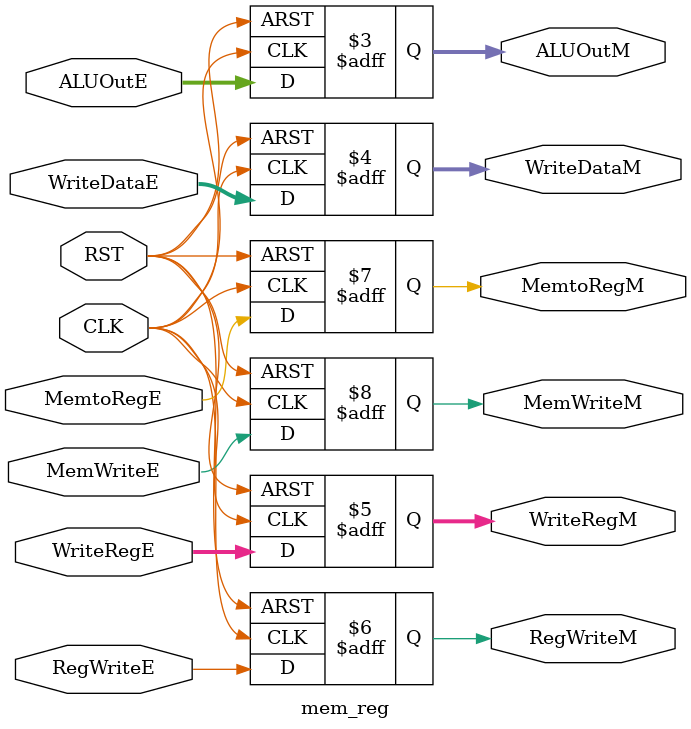
<source format=v>

module  mem_reg #(parameter   IN_DATA=32,
                              OUT_DATA=32 )
(

    output  reg    [OUT_DATA-1:0]   ALUOutM,WriteDataM,
    output  reg    [4:0]            WriteRegM,
    output  reg                     RegWriteM,MemtoRegM,MemWriteM,
    input   wire                    CLK,RST,
    input   wire   [IN_DATA-1:0]    ALUOutE,WriteDataE,
    input   wire   [4:0]            WriteRegE,
    input   wire                    RegWriteE,MemtoRegE,MemWriteE
);

always @ ( posedge CLK or negedge RST)
    begin
        if ( ! RST )
            begin
                ALUOutM <= 32'd0;
                WriteDataM <= 32'd0;
                WriteRegM <= 5'd0;
                RegWriteM <= 1'b0;
                MemtoRegM <= 1'b0;
                MemWriteM <= 1'b0;       
            end
        else
            begin
                ALUOutM <= ALUOutE;
                WriteDataM <= WriteDataE;
                WriteRegM <= WriteRegE;
                RegWriteM <= RegWriteE;
                MemtoRegM <= MemtoRegE;
                MemWriteM <= MemWriteE;
            end
    end
endmodule
</source>
